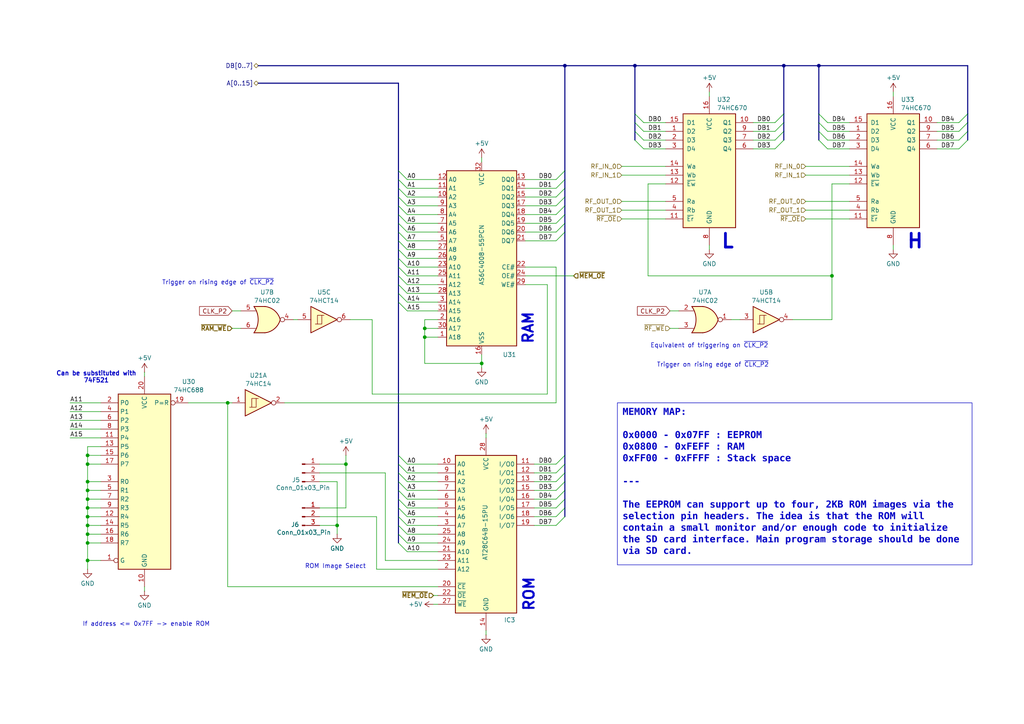
<source format=kicad_sch>
(kicad_sch (version 20231120) (generator "eeschema") (generator_version "8.0")
  (paper "A4")
  (title_block (title "TCPU816") (date "2025-01-31") (rev "1.1") (company "Designed by Kevin Williams - toastland.net") (comment 1 "STILL UNDER DEVELOPMENT"))
  (lib_symbols
    (symbol "74xx:74HC02" (pin_names (offset 1.016))
      (property "Reference" "U" (at 0 1.27 0))
      (property "Value" "74HC02" (at 0 -1.27 0))
      (symbol "74HC02_1_1"
        (arc (start -3.81 -3.81) (mid -2.589 0) (end -3.81 3.81) (stroke (width 0.254)))
        (arc (start -0.6096 -3.81) (mid 2.1842 -2.5851) (end 3.81 0) (stroke (width 0.254)) (fill (type background)))
        (polyline (pts (xy -3.81 -3.81) (xy -0.635 -3.81)) (stroke (width 0.254)) (fill (type background)))
        (polyline (pts (xy -3.81 3.81) (xy -0.635 3.81)) (stroke (width 0.254)) (fill (type background)))
        (polyline (pts (xy -0.635 3.81) (xy -3.81 3.81) (xy -3.81 3.81) (xy -3.556 3.4036) (xy -3.0226 2.2606) (xy -2.6924 1.0414) (xy -2.6162 -0.254) (xy -2.7686 -1.4986) (xy -3.175 -2.7178) (xy -3.81 -3.81) (xy -3.81 -3.81) (xy -0.635 -3.81)) (stroke (width -25.4)) (fill (type background)))
        (arc (start 3.81 0) (mid 2.1915 2.5936) (end -0.6096 3.81) (stroke (width 0.254)) (fill (type background)))
        (pin output inverted (at 7.62 0 180) (length 3.81) (name "~") (number "1"))
        (pin input line (at -7.62 2.54 0) (length 4.318) (name "~") (number "2"))
        (pin input line (at -7.62 -2.54 0) (length 4.318) (name "~") (number "3"))
      )
      (symbol "74HC02_1_2"
        (arc (start 0 -3.81) (mid 3.7934 0) (end 0 3.81) (stroke (width 0.254)) (fill (type background)))
        (polyline (pts (xy 0 3.81) (xy -3.81 3.81) (xy -3.81 -3.81) (xy 0 -3.81)) (stroke (width 0.254)) (fill (type background)))
        (pin output line (at 7.62 0 180) (length 3.81) (name "~") (number "1"))
        (pin input inverted (at -7.62 2.54 0) (length 3.81) (name "~") (number "2"))
        (pin input inverted (at -7.62 -2.54 0) (length 3.81) (name "~") (number "3"))
      )
      (symbol "74HC02_2_1"
        (arc (start -3.81 -3.81) (mid -2.589 0) (end -3.81 3.81) (stroke (width 0.254)))
        (arc (start -0.6096 -3.81) (mid 2.1842 -2.5851) (end 3.81 0) (stroke (width 0.254)) (fill (type background)))
        (polyline (pts (xy -3.81 -3.81) (xy -0.635 -3.81)) (stroke (width 0.254)) (fill (type background)))
        (polyline (pts (xy -3.81 3.81) (xy -0.635 3.81)) (stroke (width 0.254)) (fill (type background)))
        (polyline (pts (xy -0.635 3.81) (xy -3.81 3.81) (xy -3.81 3.81) (xy -3.556 3.4036) (xy -3.0226 2.2606) (xy -2.6924 1.0414) (xy -2.6162 -0.254) (xy -2.7686 -1.4986) (xy -3.175 -2.7178) (xy -3.81 -3.81) (xy -3.81 -3.81) (xy -0.635 -3.81)) (stroke (width -25.4)) (fill (type background)))
        (arc (start 3.81 0) (mid 2.1915 2.5936) (end -0.6096 3.81) (stroke (width 0.254)) (fill (type background)))
        (pin output inverted (at 7.62 0 180) (length 3.81) (name "~") (number "4"))
        (pin input line (at -7.62 2.54 0) (length 4.318) (name "~") (number "5"))
        (pin input line (at -7.62 -2.54 0) (length 4.318) (name "~") (number "6"))
      )
      (symbol "74HC02_2_2"
        (arc (start 0 -3.81) (mid 3.7934 0) (end 0 3.81) (stroke (width 0.254)) (fill (type background)))
        (polyline (pts (xy 0 3.81) (xy -3.81 3.81) (xy -3.81 -3.81) (xy 0 -3.81)) (stroke (width 0.254)) (fill (type background)))
        (pin output line (at 7.62 0 180) (length 3.81) (name "~") (number "4"))
        (pin input inverted (at -7.62 2.54 0) (length 3.81) (name "~") (number "5"))
        (pin input inverted (at -7.62 -2.54 0) (length 3.81) (name "~") (number "6"))
      )
      (symbol "74HC02_3_1"
        (arc (start -3.81 -3.81) (mid -2.589 0) (end -3.81 3.81) (stroke (width 0.254)))
        (arc (start -0.6096 -3.81) (mid 2.1842 -2.5851) (end 3.81 0) (stroke (width 0.254)) (fill (type background)))
        (polyline (pts (xy -3.81 -3.81) (xy -0.635 -3.81)) (stroke (width 0.254)) (fill (type background)))
        (polyline (pts (xy -3.81 3.81) (xy -0.635 3.81)) (stroke (width 0.254)) (fill (type background)))
        (polyline (pts (xy -0.635 3.81) (xy -3.81 3.81) (xy -3.81 3.81) (xy -3.556 3.4036) (xy -3.0226 2.2606) (xy -2.6924 1.0414) (xy -2.6162 -0.254) (xy -2.7686 -1.4986) (xy -3.175 -2.7178) (xy -3.81 -3.81) (xy -3.81 -3.81) (xy -0.635 -3.81)) (stroke (width -25.4)) (fill (type background)))
        (arc (start 3.81 0) (mid 2.1915 2.5936) (end -0.6096 3.81) (stroke (width 0.254)) (fill (type background)))
        (pin output inverted (at 7.62 0 180) (length 3.81) (name "~") (number "10"))
        (pin input line (at -7.62 2.54 0) (length 4.318) (name "~") (number "8"))
        (pin input line (at -7.62 -2.54 0) (length 4.318) (name "~") (number "9"))
      )
      (symbol "74HC02_3_2"
        (arc (start 0 -3.81) (mid 3.7934 0) (end 0 3.81) (stroke (width 0.254)) (fill (type background)))
        (polyline (pts (xy 0 3.81) (xy -3.81 3.81) (xy -3.81 -3.81) (xy 0 -3.81)) (stroke (width 0.254)) (fill (type background)))
        (pin output line (at 7.62 0 180) (length 3.81) (name "~") (number "10"))
        (pin input inverted (at -7.62 2.54 0) (length 3.81) (name "~") (number "8"))
        (pin input inverted (at -7.62 -2.54 0) (length 3.81) (name "~") (number "9"))
      )
      (symbol "74HC02_4_1"
        (arc (start -3.81 -3.81) (mid -2.589 0) (end -3.81 3.81) (stroke (width 0.254)))
        (arc (start -0.6096 -3.81) (mid 2.1842 -2.5851) (end 3.81 0) (stroke (width 0.254)) (fill (type background)))
        (polyline (pts (xy -3.81 -3.81) (xy -0.635 -3.81)) (stroke (width 0.254)) (fill (type background)))
        (polyline (pts (xy -3.81 3.81) (xy -0.635 3.81)) (stroke (width 0.254)) (fill (type background)))
        (polyline (pts (xy -0.635 3.81) (xy -3.81 3.81) (xy -3.81 3.81) (xy -3.556 3.4036) (xy -3.0226 2.2606) (xy -2.6924 1.0414) (xy -2.6162 -0.254) (xy -2.7686 -1.4986) (xy -3.175 -2.7178) (xy -3.81 -3.81) (xy -3.81 -3.81) (xy -0.635 -3.81)) (stroke (width -25.4)) (fill (type background)))
        (arc (start 3.81 0) (mid 2.1915 2.5936) (end -0.6096 3.81) (stroke (width 0.254)) (fill (type background)))
        (pin input line (at -7.62 2.54 0) (length 4.318) (name "~") (number "11"))
        (pin input line (at -7.62 -2.54 0) (length 4.318) (name "~") (number "12"))
        (pin output inverted (at 7.62 0 180) (length 3.81) (name "~") (number "13"))
      )
      (symbol "74HC02_4_2"
        (arc (start 0 -3.81) (mid 3.7934 0) (end 0 3.81) (stroke (width 0.254)) (fill (type background)))
        (polyline (pts (xy 0 3.81) (xy -3.81 3.81) (xy -3.81 -3.81) (xy 0 -3.81)) (stroke (width 0.254)) (fill (type background)))
        (pin input inverted (at -7.62 2.54 0) (length 3.81) (name "~") (number "11"))
        (pin input inverted (at -7.62 -2.54 0) (length 3.81) (name "~") (number "12"))
        (pin output line (at 7.62 0 180) (length 3.81) (name "~") (number "13"))
      )
      (symbol "74HC02_5_0"
        (pin power_in line (at 0 12.7 270) (length 5.08) (name "VCC") (number "14"))
        (pin power_in line (at 0 -12.7 90) (length 5.08) (name "GND") (number "7"))
      )
      (symbol "74HC02_5_1"
        (rectangle (start -5.08 7.62) (end 5.08 -7.62) (stroke (width 0.254)) (fill (type background)))
      )
    )
    (symbol "74xx:74HC14" (pin_names (offset 1.016))
      (property "Reference" "U" (at 0 1.27 0))
      (property "Value" "74HC14" (at 0 -1.27 0))
      (symbol "74HC14_1_0"
        (polyline (pts (xy -3.81 3.81) (xy -3.81 -3.81) (xy 3.81 0) (xy -3.81 3.81)) (stroke (width 0.254)) (fill (type background)))
        (pin input line (at -7.62 0 0) (length 3.81) (name "~") (number "1"))
        (pin output inverted (at 7.62 0 180) (length 3.81) (name "~") (number "2"))
      )
      (symbol "74HC14_1_1"
        (polyline (pts (xy -1.905 -1.27) (xy -1.905 1.27) (xy -0.635 1.27)))
        (polyline (pts (xy -2.54 -1.27) (xy -0.635 -1.27) (xy -0.635 1.27) (xy 0 1.27)))
      )
      (symbol "74HC14_2_0"
        (polyline (pts (xy -3.81 3.81) (xy -3.81 -3.81) (xy 3.81 0) (xy -3.81 3.81)) (stroke (width 0.254)) (fill (type background)))
        (pin input line (at -7.62 0 0) (length 3.81) (name "~") (number "3"))
        (pin output inverted (at 7.62 0 180) (length 3.81) (name "~") (number "4"))
      )
      (symbol "74HC14_2_1"
        (polyline (pts (xy -1.905 -1.27) (xy -1.905 1.27) (xy -0.635 1.27)))
        (polyline (pts (xy -2.54 -1.27) (xy -0.635 -1.27) (xy -0.635 1.27) (xy 0 1.27)))
      )
      (symbol "74HC14_3_0"
        (polyline (pts (xy -3.81 3.81) (xy -3.81 -3.81) (xy 3.81 0) (xy -3.81 3.81)) (stroke (width 0.254)) (fill (type background)))
        (pin input line (at -7.62 0 0) (length 3.81) (name "~") (number "5"))
        (pin output inverted (at 7.62 0 180) (length 3.81) (name "~") (number "6"))
      )
      (symbol "74HC14_3_1"
        (polyline (pts (xy -1.905 -1.27) (xy -1.905 1.27) (xy -0.635 1.27)))
        (polyline (pts (xy -2.54 -1.27) (xy -0.635 -1.27) (xy -0.635 1.27) (xy 0 1.27)))
      )
      (symbol "74HC14_4_0"
        (polyline (pts (xy -3.81 3.81) (xy -3.81 -3.81) (xy 3.81 0) (xy -3.81 3.81)) (stroke (width 0.254)) (fill (type background)))
        (pin output inverted (at 7.62 0 180) (length 3.81) (name "~") (number "8"))
        (pin input line (at -7.62 0 0) (length 3.81) (name "~") (number "9"))
      )
      (symbol "74HC14_4_1"
        (polyline (pts (xy -1.905 -1.27) (xy -1.905 1.27) (xy -0.635 1.27)))
        (polyline (pts (xy -2.54 -1.27) (xy -0.635 -1.27) (xy -0.635 1.27) (xy 0 1.27)))
      )
      (symbol "74HC14_5_0"
        (polyline (pts (xy -3.81 3.81) (xy -3.81 -3.81) (xy 3.81 0) (xy -3.81 3.81)) (stroke (width 0.254)) (fill (type background)))
        (pin output inverted (at 7.62 0 180) (length 3.81) (name "~") (number "10"))
        (pin input line (at -7.62 0 0) (length 3.81) (name "~") (number "11"))
      )
      (symbol "74HC14_5_1"
        (polyline (pts (xy -1.905 -1.27) (xy -1.905 1.27) (xy -0.635 1.27)))
        (polyline (pts (xy -2.54 -1.27) (xy -0.635 -1.27) (xy -0.635 1.27) (xy 0 1.27)))
      )
      (symbol "74HC14_6_0"
        (polyline (pts (xy -3.81 3.81) (xy -3.81 -3.81) (xy 3.81 0) (xy -3.81 3.81)) (stroke (width 0.254)) (fill (type background)))
        (pin output inverted (at 7.62 0 180) (length 3.81) (name "~") (number "12"))
        (pin input line (at -7.62 0 0) (length 3.81) (name "~") (number "13"))
      )
      (symbol "74HC14_6_1"
        (polyline (pts (xy -1.905 -1.27) (xy -1.905 1.27) (xy -0.635 1.27)))
        (polyline (pts (xy -2.54 -1.27) (xy -0.635 -1.27) (xy -0.635 1.27) (xy 0 1.27)))
      )
      (symbol "74HC14_7_0"
        (pin power_in line (at 0 12.7 270) (length 5.08) (name "VCC") (number "14"))
        (pin power_in line (at 0 -12.7 90) (length 5.08) (name "GND") (number "7"))
      )
      (symbol "74HC14_7_1"
        (rectangle (start -5.08 7.62) (end 5.08 -7.62) (stroke (width 0.254)) (fill (type background)))
      )
    )
    (symbol "74xx:74HC688"
      (property "Reference" "U" (at -7.62 26.67 0))
      (property "Value" "74HC688" (at -7.62 -26.67 0))
      (symbol "74HC688_1_0"
        (pin input inverted (at -12.7 -22.86 0) (length 5.08) (name "G") (number "1"))
        (pin power_in line (at 0 -30.48 90) (length 5.08) (name "GND") (number "10"))
        (pin input line (at -12.7 12.7 0) (length 5.08) (name "P4") (number "11"))
        (pin input line (at -12.7 -10.16 0) (length 5.08) (name "R4") (number "12"))
        (pin input line (at -12.7 10.16 0) (length 5.08) (name "P5") (number "13"))
        (pin input line (at -12.7 -12.7 0) (length 5.08) (name "R5") (number "14"))
        (pin input line (at -12.7 7.62 0) (length 5.08) (name "P6") (number "15"))
        (pin input line (at -12.7 -15.24 0) (length 5.08) (name "R6") (number "16"))
        (pin input line (at -12.7 5.08 0) (length 5.08) (name "P7") (number "17"))
        (pin input line (at -12.7 -17.78 0) (length 5.08) (name "R7") (number "18"))
        (pin output inverted (at 12.7 22.86 180) (length 5.08) (name "P=R") (number "19"))
        (pin input line (at -12.7 22.86 0) (length 5.08) (name "P0") (number "2"))
        (pin power_in line (at 0 30.48 270) (length 5.08) (name "VCC") (number "20"))
        (pin input line (at -12.7 0 0) (length 5.08) (name "R0") (number "3"))
        (pin input line (at -12.7 20.32 0) (length 5.08) (name "P1") (number "4"))
        (pin input line (at -12.7 -2.54 0) (length 5.08) (name "R1") (number "5"))
        (pin input line (at -12.7 17.78 0) (length 5.08) (name "P2") (number "6"))
        (pin input line (at -12.7 -5.08 0) (length 5.08) (name "R2") (number "7"))
        (pin input line (at -12.7 15.24 0) (length 5.08) (name "P3") (number "8"))
        (pin input line (at -12.7 -7.62 0) (length 5.08) (name "R3") (number "9"))
      )
      (symbol "74HC688_1_1"
        (rectangle (start -7.62 25.4) (end 7.62 -25.4) (stroke (width 0.254)) (fill (type background)))
      )
    )
    (symbol "74xx:74LS670" (pin_names (offset 1.016))
      (property "Reference" "U" (at -7.62 16.51 0))
      (property "Value" "74LS670" (at -7.62 -19.05 0))
      (symbol "74LS670_1_0"
        (pin input line (at -12.7 10.16 0) (length 5.08) (name "D2") (number "1"))
        (pin tri_state line (at 12.7 12.7 180) (length 5.08) (name "Q1") (number "10"))
        (pin input line (at -12.7 -15.24 0) (length 5.08) (name "~{Er}") (number "11"))
        (pin input line (at -12.7 -5.08 0) (length 5.08) (name "~{Ew}") (number "12"))
        (pin input line (at -12.7 -2.54 0) (length 5.08) (name "Wb") (number "13"))
        (pin input line (at -12.7 0 0) (length 5.08) (name "Wa") (number "14"))
        (pin input line (at -12.7 12.7 0) (length 5.08) (name "D1") (number "15"))
        (pin power_in line (at 0 20.32 270) (length 5.08) (name "VCC") (number "16"))
        (pin input line (at -12.7 7.62 0) (length 5.08) (name "D3") (number "2"))
        (pin input line (at -12.7 5.08 0) (length 5.08) (name "D4") (number "3"))
        (pin input line (at -12.7 -12.7 0) (length 5.08) (name "Rb") (number "4"))
        (pin input line (at -12.7 -10.16 0) (length 5.08) (name "Ra") (number "5"))
        (pin tri_state line (at 12.7 5.08 180) (length 5.08) (name "Q4") (number "6"))
        (pin tri_state line (at 12.7 7.62 180) (length 5.08) (name "Q3") (number "7"))
        (pin power_in line (at 0 -22.86 90) (length 5.08) (name "GND") (number "8"))
        (pin tri_state line (at 12.7 10.16 180) (length 5.08) (name "Q2") (number "9"))
      )
      (symbol "74LS670_1_1"
        (rectangle (start -7.62 15.24) (end 7.62 -17.78) (stroke (width 0.254)) (fill (type background)))
      )
    )
    (symbol "8_16_computer-rescue:+5V-power" (power) (pin_names (offset 0))
      (property "Value" "power_+5V" (at 0 3.556 0))
      (symbol "+5V-power_0_1"
        (polyline (pts (xy -0.762 1.27) (xy 0 2.54)))
        (polyline (pts (xy 0 0) (xy 0 2.54)))
        (polyline (pts (xy 0 2.54) (xy 0.762 1.27)))
      )
      (symbol "+5V-power_1_1"
        (pin power_in line (at 0 0 90) (length 0) hide (name "+5V") (number "1"))
      )
    )
    (symbol "8_16_computer-rescue:GND-power" (power) (pin_names (offset 0))
      (property "Value" "power_GND" (at 0 -3.81 0))
      (symbol "GND-power_0_1"
        (polyline (pts (xy 0 0) (xy 0 -1.27) (xy 1.27 -1.27) (xy 0 -2.54) (xy -1.27 -1.27) (xy 0 -1.27)))
      )
      (symbol "GND-power_1_1"
        (pin power_in line (at 0 0 270) (length 0) hide (name "GND") (number "1"))
      )
    )
    (symbol "AT28C64B-15PU_1"
      (property "Reference" "IC1" (at 20.828 -45.212 0))
      (property "Value" "AT28C64B-15PU" (at 13.716 -19.812 90))
      (symbol "AT28C64B-15PU_1_1_1"
        (rectangle (start 5.08 2.54) (end 22.86 -43.18) (stroke (width 0.254)) (fill (type background)))
        (pin passive line (at 27.94 -39.37 180) (length 5.08) hide (name "NC_1") (number "1"))
        (pin passive line (at 0 0 0) (length 5.08) (name "A0") (number "10"))
        (pin passive line (at 27.94 0 180) (length 5.08) (name "I/O0") (number "11"))
        (pin passive line (at 27.94 -2.54 180) (length 5.08) (name "I/O1") (number "12"))
        (pin passive line (at 27.94 -5.08 180) (length 5.08) (name "I/O2") (number "13"))
        (pin passive line (at 13.97 -48.26 90) (length 5.08) (name "GND") (number "14"))
        (pin passive line (at 27.94 -7.62 180) (length 5.08) (name "I/O3") (number "15"))
        (pin passive line (at 27.94 -10.16 180) (length 5.08) (name "I/O4") (number "16"))
        (pin passive line (at 27.94 -12.7 180) (length 5.08) (name "I/O5") (number "17"))
        (pin passive line (at 27.94 -15.24 180) (length 5.08) (name "I/O6") (number "18"))
        (pin passive line (at 27.94 -17.78 180) (length 5.08) (name "I/O7") (number "19"))
        (pin passive line (at 0 -30.48 0) (length 5.08) (name "A12") (number "2"))
        (pin passive line (at 0 -35.56 0) (length 5.08) (name "~{CE}") (number "20"))
        (pin passive line (at 0 -25.4 0) (length 5.08) (name "A10") (number "21"))
        (pin passive line (at 0 -38.1 0) (length 5.08) (name "~{OE}") (number "22"))
        (pin passive line (at 0 -27.94 0) (length 5.08) (name "A11") (number "23"))
        (pin passive line (at 0 -22.86 0) (length 5.08) (name "A9") (number "24"))
        (pin passive line (at 0 -20.32 0) (length 5.08) (name "A8") (number "25"))
        (pin passive line (at 27.94 -36.83 180) (length 5.08) hide (name "NC_2") (number "26"))
        (pin passive line (at 0 -40.64 0) (length 5.08) (name "~{WE}") (number "27"))
        (pin passive line (at 13.97 7.62 270) (length 5.08) (name "VCC") (number "28"))
        (pin passive line (at 0 -17.78 0) (length 5.08) (name "A7") (number "3"))
        (pin passive line (at 0 -15.24 0) (length 5.08) (name "A6") (number "4"))
        (pin passive line (at 0 -12.7 0) (length 5.08) (name "A5") (number "5"))
        (pin passive line (at 0 -10.16 0) (length 5.08) (name "A4") (number "6"))
        (pin passive line (at 0 -7.62 0) (length 5.08) (name "A3") (number "7"))
        (pin passive line (at 0 -5.08 0) (length 5.08) (name "A2") (number "8"))
        (pin passive line (at 0 -2.54 0) (length 5.08) (name "A1") (number "9"))
      )
    )
    (symbol "Connector:Conn_01x03_Pin" (pin_names (offset 1.016) hide)
      (property "Reference" "J" (at 0 5.08 0))
      (property "Value" "Conn_01x03_Pin" (at 0 -5.08 0))
      (symbol "Conn_01x03_Pin_1_1"
        (polyline (pts (xy 1.27 -2.54) (xy 0.8636 -2.54)) (stroke (width 0.1524)))
        (polyline (pts (xy 1.27 0) (xy 0.8636 0)) (stroke (width 0.1524)))
        (polyline (pts (xy 1.27 2.54) (xy 0.8636 2.54)) (stroke (width 0.1524)))
        (rectangle (start 0.8636 -2.413) (end 0 -2.667) (stroke (width 0.1524)) (fill (type outline)))
        (rectangle (start 0.8636 0.127) (end 0 -0.127) (stroke (width 0.1524)) (fill (type outline)))
        (rectangle (start 0.8636 2.667) (end 0 2.413) (stroke (width 0.1524)) (fill (type outline)))
        (pin passive line (at 5.08 2.54 180) (length 3.81) (name "Pin_1") (number "1"))
        (pin passive line (at 5.08 0 180) (length 3.81) (name "Pin_2") (number "2"))
        (pin passive line (at 5.08 -2.54 180) (length 3.81) (name "Pin_3") (number "3"))
      )
    )
    (symbol "Memory_RAM:AS6C4008-55PCN"
      (property "Reference" "U" (at -10.16 26.035 0))
      (property "Value" "AS6C4008-55PCN" (at 2.54 26.035 0))
      (symbol "AS6C4008-55PCN_0_0"
        (pin power_in line (at 0 -27.94 90) (length 2.54) (name "VSS") (number "16"))
        (pin power_in line (at 0 27.94 270) (length 2.54) (name "VCC") (number "32"))
      )
      (symbol "AS6C4008-55PCN_0_1"
        (rectangle (start -10.16 25.4) (end 10.16 -25.4) (stroke (width 0.254)) (fill (type background)))
      )
      (symbol "AS6C4008-55PCN_1_1"
        (pin input line (at -12.7 -22.86 0) (length 2.54) (name "A18") (number "1"))
        (pin input line (at -12.7 17.78 0) (length 2.54) (name "A2") (number "10"))
        (pin input line (at -12.7 20.32 0) (length 2.54) (name "A1") (number "11"))
        (pin input line (at -12.7 22.86 0) (length 2.54) (name "A0") (number "12"))
        (pin tri_state line (at 12.7 22.86 180) (length 2.54) (name "DQ0") (number "13"))
        (pin tri_state line (at 12.7 20.32 180) (length 2.54) (name "DQ1") (number "14"))
        (pin tri_state line (at 12.7 17.78 180) (length 2.54) (name "DQ2") (number "15"))
        (pin tri_state line (at 12.7 15.24 180) (length 2.54) (name "DQ3") (number "17"))
        (pin tri_state line (at 12.7 12.7 180) (length 2.54) (name "DQ4") (number "18"))
        (pin tri_state line (at 12.7 10.16 180) (length 2.54) (name "DQ5") (number "19"))
        (pin input line (at -12.7 -17.78 0) (length 2.54) (name "A16") (number "2"))
        (pin tri_state line (at 12.7 7.62 180) (length 2.54) (name "DQ6") (number "20"))
        (pin tri_state line (at 12.7 5.08 180) (length 2.54) (name "DQ7") (number "21"))
        (pin input line (at 12.7 -2.54 180) (length 2.54) (name "CE#") (number "22"))
        (pin input line (at -12.7 -2.54 0) (length 2.54) (name "A10") (number "23"))
        (pin input line (at 12.7 -5.08 180) (length 2.54) (name "OE#") (number "24"))
        (pin input line (at -12.7 -5.08 0) (length 2.54) (name "A11") (number "25"))
        (pin input line (at -12.7 0 0) (length 2.54) (name "A9") (number "26"))
        (pin input line (at -12.7 2.54 0) (length 2.54) (name "A8") (number "27"))
        (pin input line (at -12.7 -10.16 0) (length 2.54) (name "A13") (number "28"))
        (pin input line (at 12.7 -7.62 180) (length 2.54) (name "WE#") (number "29"))
        (pin input line (at -12.7 -12.7 0) (length 2.54) (name "A14") (number "3"))
        (pin input line (at -12.7 -20.32 0) (length 2.54) (name "A17") (number "30"))
        (pin input line (at -12.7 -15.24 0) (length 2.54) (name "A15") (number "31"))
        (pin input line (at -12.7 -7.62 0) (length 2.54) (name "A12") (number "4"))
        (pin input line (at -12.7 5.08 0) (length 2.54) (name "A7") (number "5"))
        (pin input line (at -12.7 7.62 0) (length 2.54) (name "A6") (number "6"))
        (pin input line (at -12.7 10.16 0) (length 2.54) (name "A5") (number "7"))
        (pin input line (at -12.7 12.7 0) (length 2.54) (name "A4") (number "8"))
        (pin input line (at -12.7 15.24 0) (length 2.54) (name "A3") (number "9"))
      )
    )
    (symbol "power:+5V" (power) (pin_numbers hide) (pin_names (offset 0) hide)
      (property "Value" "+5V" (at 0 3.556 0))
      (symbol "+5V_0_1"
        (polyline (pts (xy -0.762 1.27) (xy 0 2.54)))
        (polyline (pts (xy 0 0) (xy 0 2.54)))
        (polyline (pts (xy 0 2.54) (xy 0.762 1.27)))
      )
      (symbol "+5V_1_1"
        (pin power_in line (at 0 0 90) (length 0) (name "~") (number "1"))
      )
    )
    (symbol "power:GND" (power) (pin_numbers hide) (pin_names (offset 0) hide)
      (property "Value" "GND" (at 0 -3.81 0))
      (symbol "GND_0_1"
        (polyline (pts (xy 0 0) (xy 0 -1.27) (xy 1.27 -1.27) (xy 0 -2.54) (xy -1.27 -1.27) (xy 0 -1.27)))
      )
      (symbol "GND_1_1"
        (pin power_in line (at 0 0 270) (length 0) (name "~") (number "1"))
      )
    )
  )
  (junction (at 25.4 139.7))
  (junction (at 123.19 97.79))
  (junction (at 237.49 19.05))
  (junction (at 241.3 80.01))
  (junction (at 25.4 157.48))
  (junction (at 25.4 152.4))
  (junction (at 163.83 19.05))
  (junction (at 25.4 147.32))
  (junction (at 25.4 154.94))
  (junction (at 25.4 134.62))
  (junction (at 123.19 95.25))
  (junction (at 25.4 149.86))
  (junction (at 139.7 105.41))
  (junction (at 66.04 116.84))
  (junction (at 25.4 162.56))
  (junction (at 100.33 134.62))
  (junction (at 227.33 19.05))
  (junction (at 25.4 132.08))
  (junction (at 97.79 152.4))
  (junction (at 25.4 144.78))
  (junction (at 25.4 142.24))
  (junction (at 184.15 19.05))
  (bus_entry (at 161.29 57.15) (size 2.54 -2.54))
  (bus_entry (at 115.57 85.09) (size 2.54 2.54))
  (bus_entry (at 161.29 62.23) (size 2.54 -2.54))
  (bus_entry (at 161.29 149.86) (size 2.54 -2.54))
  (bus_entry (at 237.49 33.02) (size 2.54 2.54))
  (bus_entry (at 115.57 87.63) (size 2.54 2.54))
  (bus_entry (at 115.57 77.47) (size 2.54 2.54))
  (bus_entry (at 115.57 59.69) (size 2.54 2.54))
  (bus_entry (at 184.15 38.1) (size 2.54 2.54))
  (bus_entry (at 115.57 147.32) (size 2.54 2.54))
  (bus_entry (at 161.29 134.62) (size 2.54 -2.54))
  (bus_entry (at 161.29 59.69) (size 2.54 -2.54))
  (bus_entry (at 237.49 35.56) (size 2.54 2.54))
  (bus_entry (at 115.57 74.93) (size 2.54 2.54))
  (bus_entry (at 115.57 132.08) (size 2.54 2.54))
  (bus_entry (at 237.49 38.1) (size 2.54 2.54))
  (bus_entry (at 115.57 154.94) (size 2.54 2.54))
  (bus_entry (at 115.57 137.16) (size 2.54 2.54))
  (bus_entry (at 115.57 144.78) (size 2.54 2.54))
  (bus_entry (at 115.57 82.55) (size 2.54 2.54))
  (bus_entry (at 115.57 52.07) (size 2.54 2.54))
  (bus_entry (at 161.29 64.77) (size 2.54 -2.54))
  (bus_entry (at 115.57 49.53) (size 2.54 2.54))
  (bus_entry (at 161.29 142.24) (size 2.54 -2.54))
  (bus_entry (at 115.57 64.77) (size 2.54 2.54))
  (bus_entry (at 184.15 35.56) (size 2.54 2.54))
  (bus_entry (at 115.57 62.23) (size 2.54 2.54))
  (bus_entry (at 161.29 52.07) (size 2.54 -2.54))
  (bus_entry (at 161.29 137.16) (size 2.54 -2.54))
  (bus_entry (at 237.49 40.64) (size 2.54 2.54))
  (bus_entry (at 184.15 33.02) (size 2.54 2.54))
  (bus_entry (at 278.13 40.64) (size 2.54 -2.54))
  (bus_entry (at 184.15 40.64) (size 2.54 2.54))
  (bus_entry (at 224.79 40.64) (size 2.54 -2.54))
  (bus_entry (at 161.29 139.7) (size 2.54 -2.54))
  (bus_entry (at 224.79 35.56) (size 2.54 -2.54))
  (bus_entry (at 278.13 35.56) (size 2.54 -2.54))
  (bus_entry (at 224.79 38.1) (size 2.54 -2.54))
  (bus_entry (at 115.57 149.86) (size 2.54 2.54))
  (bus_entry (at 161.29 147.32) (size 2.54 -2.54))
  (bus_entry (at 278.13 38.1) (size 2.54 -2.54))
  (bus_entry (at 278.13 43.18) (size 2.54 -2.54))
  (bus_entry (at 161.29 69.85) (size 2.54 -2.54))
  (bus_entry (at 161.29 144.78) (size 2.54 -2.54))
  (bus_entry (at 115.57 57.15) (size 2.54 2.54))
  (bus_entry (at 224.79 43.18) (size 2.54 -2.54))
  (bus_entry (at 115.57 72.39) (size 2.54 2.54))
  (bus_entry (at 161.29 67.31) (size 2.54 -2.54))
  (bus_entry (at 115.57 54.61) (size 2.54 2.54))
  (bus_entry (at 115.57 157.48) (size 2.54 2.54))
  (bus_entry (at 115.57 152.4) (size 2.54 2.54))
  (bus_entry (at 115.57 69.85) (size 2.54 2.54))
  (bus_entry (at 115.57 142.24) (size 2.54 2.54))
  (bus_entry (at 115.57 139.7) (size 2.54 2.54))
  (bus_entry (at 161.29 54.61) (size 2.54 -2.54))
  (bus_entry (at 115.57 80.01) (size 2.54 2.54))
  (bus_entry (at 115.57 134.62) (size 2.54 2.54))
  (bus_entry (at 115.57 67.31) (size 2.54 2.54))
  (bus_entry (at 161.29 152.4) (size 2.54 -2.54))
  (bus (pts (xy 237.49 38.1) (xy 237.49 40.64)))
  (wire (pts (xy 259.08 26.67) (xy 259.08 27.94)))
  (wire (pts (xy 118.11 152.4) (xy 127 152.4)))
  (wire (pts (xy 25.4 139.7) (xy 25.4 142.24)))
  (wire (pts (xy 139.7 105.41) (xy 139.7 106.68)))
  (bus (pts (xy 184.15 19.05) (xy 227.33 19.05)))
  (wire (pts (xy 118.11 144.78) (xy 127 144.78)))
  (wire (pts (xy 118.11 87.63) (xy 127 87.63)))
  (wire (pts (xy 20.32 119.38) (xy 29.21 119.38)))
  (bus (pts (xy 115.57 147.32) (xy 115.57 144.78)))
  (bus (pts (xy 74.93 24.13) (xy 115.57 24.13)))
  (wire (pts (xy 194.31 95.25) (xy 196.85 95.25)))
  (bus (pts (xy 184.15 35.56) (xy 184.15 33.02)))
  (wire (pts (xy 118.11 134.62) (xy 127 134.62)))
  (wire (pts (xy 186.69 35.56) (xy 193.04 35.56)))
  (wire (pts (xy 25.4 162.56) (xy 25.4 165.1)))
  (wire (pts (xy 118.11 74.93) (xy 127 74.93)))
  (bus (pts (xy 163.83 139.7) (xy 163.83 142.24)))
  (wire (pts (xy 233.68 60.96) (xy 246.38 60.96)))
  (wire (pts (xy 127 92.71) (xy 123.19 92.71)))
  (bus (pts (xy 115.57 57.15) (xy 115.57 54.61)))
  (wire (pts (xy 205.74 26.67) (xy 205.74 27.94)))
  (wire (pts (xy 125.73 175.26) (xy 127 175.26)))
  (wire (pts (xy 25.4 132.08) (xy 29.21 132.08)))
  (wire (pts (xy 109.22 149.86) (xy 92.71 149.86)))
  (wire (pts (xy 152.4 67.31) (xy 161.29 67.31)))
  (bus (pts (xy 115.57 72.39) (xy 115.57 69.85)))
  (wire (pts (xy 118.11 137.16) (xy 127 137.16)))
  (bus (pts (xy 163.83 57.15) (xy 163.83 59.69)))
  (wire (pts (xy 25.4 134.62) (xy 29.21 134.62)))
  (wire (pts (xy 154.94 139.7) (xy 161.29 139.7)))
  (wire (pts (xy 109.22 149.86) (xy 109.22 165.1)))
  (bus (pts (xy 115.57 59.69) (xy 115.57 57.15)))
  (wire (pts (xy 20.32 124.46) (xy 29.21 124.46)))
  (wire (pts (xy 109.22 165.1) (xy 127 165.1)))
  (wire (pts (xy 233.68 63.5) (xy 246.38 63.5)))
  (wire (pts (xy 140.97 182.88) (xy 140.97 184.15)))
  (bus (pts (xy 163.83 52.07) (xy 163.83 54.61)))
  (wire (pts (xy 152.4 80.01) (xy 166.37 80.01)))
  (bus (pts (xy 163.83 137.16) (xy 163.83 139.7)))
  (wire (pts (xy 101.6 92.71) (xy 107.95 92.71)))
  (wire (pts (xy 140.97 125.73) (xy 140.97 127)))
  (wire (pts (xy 186.69 38.1) (xy 193.04 38.1)))
  (wire (pts (xy 25.4 142.24) (xy 29.21 142.24)))
  (bus (pts (xy 115.57 152.4) (xy 115.57 149.86)))
  (wire (pts (xy 29.21 129.54) (xy 25.4 129.54)))
  (bus (pts (xy 115.57 87.63) (xy 115.57 132.08)))
  (wire (pts (xy 246.38 40.64) (xy 240.03 40.64)))
  (wire (pts (xy 246.38 43.18) (xy 240.03 43.18)))
  (bus (pts (xy 280.67 35.56) (xy 280.67 38.1)))
  (wire (pts (xy 241.3 80.01) (xy 241.3 92.71)))
  (bus (pts (xy 115.57 24.13) (xy 115.57 49.53)))
  (wire (pts (xy 158.75 82.55) (xy 152.4 82.55)))
  (wire (pts (xy 154.94 147.32) (xy 161.29 147.32)))
  (bus (pts (xy 163.83 62.23) (xy 163.83 64.77)))
  (wire (pts (xy 246.38 35.56) (xy 240.03 35.56)))
  (wire (pts (xy 123.19 97.79) (xy 123.19 105.41)))
  (bus (pts (xy 280.67 38.1) (xy 280.67 40.64)))
  (wire (pts (xy 271.78 40.64) (xy 278.13 40.64)))
  (wire (pts (xy 25.4 149.86) (xy 25.4 152.4)))
  (wire (pts (xy 246.38 38.1) (xy 240.03 38.1)))
  (bus (pts (xy 163.83 59.69) (xy 163.83 62.23)))
  (wire (pts (xy 25.4 154.94) (xy 29.21 154.94)))
  (wire (pts (xy 25.4 132.08) (xy 25.4 134.62)))
  (wire (pts (xy 118.11 147.32) (xy 127 147.32)))
  (bus (pts (xy 227.33 33.02) (xy 227.33 35.56)))
  (wire (pts (xy 118.11 157.48) (xy 127 157.48)))
  (wire (pts (xy 118.11 85.09) (xy 127 85.09)))
  (wire (pts (xy 54.61 116.84) (xy 66.04 116.84)))
  (wire (pts (xy 187.96 53.34) (xy 193.04 53.34)))
  (wire (pts (xy 152.4 64.77) (xy 161.29 64.77)))
  (bus (pts (xy 237.49 33.02) (xy 237.49 35.56)))
  (wire (pts (xy 154.94 144.78) (xy 161.29 144.78)))
  (bus (pts (xy 237.49 35.56) (xy 237.49 38.1)))
  (bus (pts (xy 115.57 142.24) (xy 115.57 139.7)))
  (wire (pts (xy 66.04 116.84) (xy 67.31 116.84)))
  (bus (pts (xy 115.57 62.23) (xy 115.57 59.69)))
  (wire (pts (xy 186.69 40.64) (xy 193.04 40.64)))
  (wire (pts (xy 233.68 58.42) (xy 246.38 58.42)))
  (bus (pts (xy 115.57 77.47) (xy 115.57 74.93)))
  (bus (pts (xy 184.15 38.1) (xy 184.15 35.56)))
  (wire (pts (xy 66.04 170.18) (xy 127 170.18)))
  (wire (pts (xy 118.11 52.07) (xy 127 52.07)))
  (wire (pts (xy 161.29 116.84) (xy 161.29 77.47)))
  (bus (pts (xy 115.57 137.16) (xy 115.57 134.62)))
  (wire (pts (xy 92.71 137.16) (xy 111.76 137.16)))
  (wire (pts (xy 180.34 60.96) (xy 193.04 60.96)))
  (wire (pts (xy 259.08 71.12) (xy 259.08 72.39)))
  (bus (pts (xy 115.57 67.31) (xy 115.57 64.77)))
  (wire (pts (xy 271.78 43.18) (xy 278.13 43.18)))
  (bus (pts (xy 184.15 40.64) (xy 184.15 38.1)))
  (wire (pts (xy 118.11 82.55) (xy 127 82.55)))
  (wire (pts (xy 233.68 48.26) (xy 246.38 48.26)))
  (bus (pts (xy 237.49 19.05) (xy 280.67 19.05)))
  (wire (pts (xy 152.4 52.07) (xy 161.29 52.07)))
  (wire (pts (xy 224.79 38.1) (xy 218.44 38.1)))
  (wire (pts (xy 123.19 95.25) (xy 123.19 97.79)))
  (wire (pts (xy 25.4 144.78) (xy 25.4 147.32)))
  (bus (pts (xy 163.83 134.62) (xy 163.83 137.16)))
  (wire (pts (xy 118.11 80.01) (xy 127 80.01)))
  (wire (pts (xy 100.33 132.08) (xy 100.33 134.62)))
  (wire (pts (xy 107.95 92.71) (xy 107.95 114.3)))
  (bus (pts (xy 115.57 52.07) (xy 115.57 49.53)))
  (bus (pts (xy 163.83 54.61) (xy 163.83 57.15)))
  (wire (pts (xy 20.32 127) (xy 29.21 127)))
  (wire (pts (xy 41.91 170.18) (xy 41.91 171.45)))
  (wire (pts (xy 100.33 134.62) (xy 92.71 134.62)))
  (wire (pts (xy 186.69 43.18) (xy 193.04 43.18)))
  (wire (pts (xy 127 97.79) (xy 123.19 97.79)))
  (wire (pts (xy 224.79 43.18) (xy 218.44 43.18)))
  (wire (pts (xy 246.38 53.34) (xy 241.3 53.34)))
  (wire (pts (xy 25.4 152.4) (xy 25.4 154.94)))
  (wire (pts (xy 85.09 92.71) (xy 86.36 92.71)))
  (wire (pts (xy 25.4 157.48) (xy 25.4 162.56)))
  (wire (pts (xy 118.11 69.85) (xy 127 69.85)))
  (bus (pts (xy 74.93 19.05) (xy 163.83 19.05)))
  (wire (pts (xy 224.79 35.56) (xy 218.44 35.56)))
  (bus (pts (xy 280.67 33.02) (xy 280.67 35.56)))
  (bus (pts (xy 163.83 142.24) (xy 163.83 144.78)))
  (wire (pts (xy 92.71 147.32) (xy 100.33 147.32)))
  (bus (pts (xy 115.57 144.78) (xy 115.57 142.24)))
  (wire (pts (xy 187.96 80.01) (xy 187.96 53.34)))
  (wire (pts (xy 118.11 72.39) (xy 127 72.39)))
  (wire (pts (xy 97.79 139.7) (xy 97.79 152.4)))
  (bus (pts (xy 115.57 149.86) (xy 115.57 147.32)))
  (wire (pts (xy 123.19 95.25) (xy 127 95.25)))
  (wire (pts (xy 25.4 142.24) (xy 25.4 144.78)))
  (wire (pts (xy 205.74 71.12) (xy 205.74 72.39)))
  (wire (pts (xy 25.4 144.78) (xy 29.21 144.78)))
  (wire (pts (xy 118.11 142.24) (xy 127 142.24)))
  (bus (pts (xy 227.33 19.05) (xy 227.33 33.02)))
  (bus (pts (xy 163.83 147.32) (xy 163.83 149.86)))
  (wire (pts (xy 100.33 147.32) (xy 100.33 134.62)))
  (wire (pts (xy 41.91 107.95) (xy 41.91 109.22)))
  (wire (pts (xy 241.3 92.71) (xy 229.87 92.71)))
  (bus (pts (xy 163.83 19.05) (xy 184.15 19.05)))
  (bus (pts (xy 163.83 19.05) (xy 163.83 49.53)))
  (bus (pts (xy 115.57 74.93) (xy 115.57 72.39)))
  (wire (pts (xy 82.55 116.84) (xy 161.29 116.84)))
  (wire (pts (xy 20.32 121.92) (xy 29.21 121.92)))
  (wire (pts (xy 233.68 50.8) (xy 246.38 50.8)))
  (wire (pts (xy 92.71 139.7) (xy 97.79 139.7)))
  (bus (pts (xy 237.49 19.05) (xy 237.49 33.02)))
  (bus (pts (xy 115.57 80.01) (xy 115.57 77.47)))
  (wire (pts (xy 154.94 149.86) (xy 161.29 149.86)))
  (wire (pts (xy 107.95 114.3) (xy 158.75 114.3)))
  (bus (pts (xy 227.33 19.05) (xy 237.49 19.05)))
  (bus (pts (xy 115.57 69.85) (xy 115.57 67.31)))
  (wire (pts (xy 161.29 77.47) (xy 152.4 77.47)))
  (wire (pts (xy 241.3 53.34) (xy 241.3 80.01)))
  (wire (pts (xy 123.19 92.71) (xy 123.19 95.25)))
  (wire (pts (xy 25.4 149.86) (xy 29.21 149.86)))
  (wire (pts (xy 118.11 90.17) (xy 127 90.17)))
  (wire (pts (xy 29.21 139.7) (xy 25.4 139.7)))
  (bus (pts (xy 115.57 85.09) (xy 115.57 82.55)))
  (wire (pts (xy 118.11 64.77) (xy 127 64.77)))
  (wire (pts (xy 118.11 57.15) (xy 127 57.15)))
  (wire (pts (xy 152.4 59.69) (xy 161.29 59.69)))
  (wire (pts (xy 118.11 149.86) (xy 127 149.86)))
  (wire (pts (xy 111.76 162.56) (xy 111.76 137.16)))
  (wire (pts (xy 97.79 152.4) (xy 92.71 152.4)))
  (wire (pts (xy 25.4 162.56) (xy 29.21 162.56)))
  (wire (pts (xy 125.73 172.72) (xy 127 172.72)))
  (bus (pts (xy 115.57 134.62) (xy 115.57 132.08)))
  (bus (pts (xy 115.57 154.94) (xy 115.57 152.4)))
  (wire (pts (xy 127 162.56) (xy 111.76 162.56)))
  (bus (pts (xy 115.57 139.7) (xy 115.57 137.16)))
  (wire (pts (xy 152.4 62.23) (xy 161.29 62.23)))
  (wire (pts (xy 25.4 129.54) (xy 25.4 132.08)))
  (wire (pts (xy 118.11 77.47) (xy 127 77.47)))
  (wire (pts (xy 180.34 58.42) (xy 193.04 58.42)))
  (wire (pts (xy 271.78 38.1) (xy 278.13 38.1)))
  (bus (pts (xy 184.15 33.02) (xy 184.15 19.05)))
  (bus (pts (xy 163.83 132.08) (xy 163.83 134.62)))
  (bus (pts (xy 115.57 82.55) (xy 115.57 80.01)))
  (bus (pts (xy 227.33 35.56) (xy 227.33 38.1)))
  (wire (pts (xy 118.11 62.23) (xy 127 62.23)))
  (wire (pts (xy 158.75 114.3) (xy 158.75 82.55)))
  (wire (pts (xy 123.19 105.41) (xy 139.7 105.41)))
  (wire (pts (xy 139.7 102.87) (xy 139.7 105.41)))
  (wire (pts (xy 154.94 134.62) (xy 161.29 134.62)))
  (wire (pts (xy 118.11 139.7) (xy 127 139.7)))
  (wire (pts (xy 67.31 90.17) (xy 69.85 90.17)))
  (wire (pts (xy 180.34 48.26) (xy 193.04 48.26)))
  (bus (pts (xy 227.33 38.1) (xy 227.33 40.64)))
  (wire (pts (xy 97.79 154.94) (xy 97.79 152.4)))
  (wire (pts (xy 118.11 67.31) (xy 127 67.31)))
  (wire (pts (xy 271.78 35.56) (xy 278.13 35.56)))
  (wire (pts (xy 212.09 92.71) (xy 214.63 92.71)))
  (wire (pts (xy 154.94 142.24) (xy 161.29 142.24)))
  (bus (pts (xy 163.83 64.77) (xy 163.83 67.31)))
  (wire (pts (xy 152.4 54.61) (xy 161.29 54.61)))
  (wire (pts (xy 194.31 90.17) (xy 196.85 90.17)))
  (bus (pts (xy 163.83 144.78) (xy 163.83 147.32)))
  (wire (pts (xy 25.4 152.4) (xy 29.21 152.4)))
  (wire (pts (xy 180.34 63.5) (xy 193.04 63.5)))
  (wire (pts (xy 241.3 80.01) (xy 187.96 80.01)))
  (bus (pts (xy 163.83 67.31) (xy 163.83 132.08)))
  (bus (pts (xy 280.67 19.05) (xy 280.67 33.02)))
  (wire (pts (xy 180.34 50.8) (xy 193.04 50.8)))
  (wire (pts (xy 25.4 147.32) (xy 29.21 147.32)))
  (wire (pts (xy 25.4 134.62) (xy 25.4 139.7)))
  (wire (pts (xy 118.11 59.69) (xy 127 59.69)))
  (wire (pts (xy 118.11 154.94) (xy 127 154.94)))
  (wire (pts (xy 139.7 45.72) (xy 139.7 46.99)))
  (wire (pts (xy 67.31 95.25) (xy 69.85 95.25)))
  (wire (pts (xy 118.11 54.61) (xy 127 54.61)))
  (wire (pts (xy 154.94 152.4) (xy 161.29 152.4)))
  (wire (pts (xy 118.11 160.02) (xy 127 160.02)))
  (wire (pts (xy 25.4 157.48) (xy 29.21 157.48)))
  (bus (pts (xy 163.83 49.53) (xy 163.83 52.07)))
  (wire (pts (xy 154.94 137.16) (xy 161.29 137.16)))
  (wire (pts (xy 25.4 147.32) (xy 25.4 149.86)))
  (bus (pts (xy 115.57 64.77) (xy 115.57 62.23)))
  (wire (pts (xy 25.4 154.94) (xy 25.4 157.48)))
  (wire (pts (xy 152.4 69.85) (xy 161.29 69.85)))
  (wire (pts (xy 66.04 116.84) (xy 66.04 170.18)))
  (bus (pts (xy 115.57 87.63) (xy 115.57 85.09)))
  (bus (pts (xy 115.57 157.48) (xy 115.57 154.94)))
  (wire (pts (xy 152.4 57.15) (xy 161.29 57.15)))
  (bus (pts (xy 115.57 54.61) (xy 115.57 52.07)))
  (wire (pts (xy 20.32 116.84) (xy 29.21 116.84)))
  (wire (pts (xy 224.79 40.64) (xy 218.44 40.64)))
  (text_box "MEMORY MAP:\n\n0x0000 - 0x07FF : EEPROM\n0x0800 - 0xFEFF : RAM\n0xFF00 - 0xFFFF : Stack space\n\n---\n\nThe EEPROM can support up to four, 2KB ROM images via the selection pin headers. The idea is that the ROM will contain a small monitor and/or enough code to initialize the SD card interface. Main program storage should be done via SD card." (at 179.07 116.84 0) (size 102.87 46.99) (effects (font (size 2 2) (thickness 0.4) (bold yes)) (justify left top)))
  (text "Can be substituted with\n74F521" (at 27.94 109.474 0) (effects (font (size 1.27 1.27) (thickness 0.254) (bold yes))))
  (text "ROM" (at 153.416 172.466 90) (effects (font (size 3 3) (thickness 0.6) (bold yes))))
  (text "Equivalent of triggering on ~{CLK_P2}" (at 205.74 100.33 0) (effects (font (size 1.27 1.27))))
  (text "Trigger on rising edge of ~{CLK_P2}" (at 206.756 105.918 0) (effects (font (size 1.27 1.27))))
  (text "H" (at 265.43 70.104 0) (effects (font (size 4 4) (thickness 0.8) (bold yes))))
  (text "RAM" (at 153.162 95.25 90) (effects (font (size 3 3) (thickness 0.6) (bold yes))))
  (text "L" (at 211.074 70.104 0) (effects (font (size 4 4) (thickness 0.8) (bold yes))))
  (text "If address <= 0x7FF -> enable ROM" (at 42.418 181.102 0) (effects (font (size 1.27 1.27))))
  (text "ROM Image Select" (at 97.282 164.338 0) (effects (font (size 1.27 1.27))))
  (text "Trigger on rising edge of ~{CLK_P2}" (at 63.246 82.042 0) (effects (font (size 1.27 1.27))))
  (label "A14" (at 20.32 124.46 0))
  (label "DB3" (at 223.52 43.18 180))
  (label "DB5" (at 241.3 38.1 0))
  (label "A9" (at 118.11 74.93 0))
  (label "DB2" (at 156.21 139.7 0))
  (label "DB3" (at 187.96 43.18 0))
  (label "A15" (at 20.32 127 0))
  (label "DB1" (at 223.52 38.1 180))
  (label "DB1" (at 187.96 38.1 0))
  (label "DB0" (at 223.52 35.56 180))
  (label "DB6" (at 156.21 67.31 0))
  (label "DB2" (at 187.96 40.64 0))
  (label "DB5" (at 156.21 64.77 0))
  (label "DB4" (at 156.21 144.78 0))
  (label "DB2" (at 223.52 40.64 180))
  (label "A2" (at 118.11 139.7 0))
  (label "A7" (at 118.11 152.4 0))
  (label "A11" (at 20.32 116.84 0))
  (label "A1" (at 118.11 137.16 0))
  (label "A14" (at 118.11 87.63 0))
  (label "A11" (at 118.11 80.01 0))
  (label "A8" (at 118.11 154.94 0))
  (label "A7" (at 118.11 69.85 0))
  (label "DB3" (at 156.21 142.24 0))
  (label "DB1" (at 156.21 137.16 0))
  (label "A12" (at 118.11 82.55 0))
  (label "DB7" (at 276.86 43.18 180))
  (label "DB6" (at 156.21 149.86 0))
  (label "A3" (at 118.11 59.69 0))
  (label "DB5" (at 276.86 38.1 180))
  (label "A13" (at 118.11 85.09 0))
  (label "A2" (at 118.11 57.15 0))
  (label "DB5" (at 156.21 147.32 0))
  (label "DB6" (at 241.3 40.64 0))
  (label "DB7" (at 156.21 152.4 0))
  (label "A0" (at 118.11 134.62 0))
  (label "DB4" (at 241.3 35.56 0))
  (label "DB4" (at 156.21 62.23 0))
  (label "A4" (at 118.11 62.23 0))
  (label "A4" (at 118.11 144.78 0))
  (label "DB2" (at 156.21 57.15 0))
  (label "DB3" (at 156.21 59.69 0))
  (label "A5" (at 118.11 147.32 0))
  (label "A10" (at 118.11 77.47 0))
  (label "DB4" (at 276.86 35.56 180))
  (label "A1" (at 118.11 54.61 0))
  (label "A6" (at 118.11 149.86 0))
  (label "A13" (at 20.32 121.92 0))
  (label "DB1" (at 156.21 54.61 0))
  (label "A8" (at 118.11 72.39 0))
  (label "A10" (at 118.11 160.02 0))
  (label "A3" (at 118.11 142.24 0))
  (label "DB0" (at 156.21 134.62 0))
  (label "A0" (at 118.11 52.07 0))
  (label "DB7" (at 241.3 43.18 0))
  (label "DB7" (at 156.21 69.85 0))
  (label "A5" (at 118.11 64.77 0))
  (label "A6" (at 118.11 67.31 0))
  (label "A15" (at 118.11 90.17 0))
  (label "A9" (at 118.11 157.48 0))
  (label "DB0" (at 187.96 35.56 0))
  (label "DB0" (at 156.21 52.07 0))
  (label "DB6" (at 276.86 40.64 180))
  (label "A12" (at 20.32 119.38 0))
  (global_label "CLK_P2" (shape input) (at 67.31 90.17 180) (property "Intersheetrefs" "${INTERSHEET_REFS}" (effects (hide yes))))
  (global_label "CLK_P2" (shape input) (at 194.31 90.17 180) (property "Intersheetrefs" "${INTERSHEET_REFS}" (effects (hide yes))))
  (hierarchical_label "RF_IN_0" (shape input) (at 233.68 48.26 180))
  (hierarchical_label "RF_OUT_1" (shape input) (at 233.68 60.96 180))
  (hierarchical_label "~{RAM_WE}" (shape input) (at 67.31 95.25 180) (effects (font (bold yes))))
  (hierarchical_label "RF_OUT_1" (shape input) (at 180.34 60.96 180))
  (hierarchical_label "RF_OUT_0" (shape input) (at 180.34 58.42 180))
  (hierarchical_label "RF_IN_1" (shape input) (at 180.34 50.8 180))
  (hierarchical_label "~{RF_OE}" (shape input) (at 233.68 63.5 180))
  (hierarchical_label "~{MEM_OE}" (shape input) (at 125.73 172.72 180) (effects (font (bold yes))))
  (hierarchical_label "RF_IN_1" (shape input) (at 233.68 50.8 180))
  (hierarchical_label "DB[0..7]" (shape bidirectional) (at 74.93 19.05 180))
  (hierarchical_label "~{RF_OE}" (shape input) (at 180.34 63.5 180))
  (hierarchical_label "~{RF_WE}" (shape input) (at 194.31 95.25 180))
  (hierarchical_label "~{MEM_OE}" (shape input) (at 166.37 80.01 0) (effects (font (bold yes))))
  (hierarchical_label "RF_OUT_0" (shape input) (at 233.68 58.42 180))
  (hierarchical_label "RF_IN_0" (shape input) (at 180.34 48.26 180))
  (hierarchical_label "A[0..15]" (shape bidirectional) (at 74.93 24.13 180))
  (symbol (lib_id "power:GND") (at 97.79 154.94 0) (unit 1)
    (property "Reference" "#PWR062" (effects (hide yes)))
    (property "Value" "GND" (at 97.79 159.0731 0))
    (property "Description" "Power symbol creates a global label with name \"GND\" , ground" (effects (hide yes)))
  )
  (symbol (lib_id "power:GND") (at 139.7 106.68 0) (unit 1)
    (property "Reference" "#PWR066" (effects (hide yes)))
    (property "Value" "GND" (at 139.7 110.8131 0))
    (property "Description" "Power symbol creates a global label with name \"GND\" , ground" (effects (hide yes)))
  )
  (symbol (lib_id "power:+5V") (at 139.7 45.72 0) (unit 1)
    (property "Reference" "#PWR065" (effects (hide yes)))
    (property "Value" "+5V" (at 139.7 41.5869 0))
    (property "Description" "Power symbol creates a global label with name \"+5V\"" (effects (hide yes)))
  )
  (symbol (lib_id "power:GND") (at 41.91 171.45 0) (unit 1)
    (property "Reference" "#PWR0105" (effects (hide yes)))
    (property "Value" "GND" (at 41.91 175.5831 0))
    (property "Description" "Power symbol creates a global label with name \"GND\" , ground" (effects (hide yes)))
  )
  (symbol (lib_id "power:+5V") (at 41.91 107.95 0) (unit 1)
    (property "Reference" "#PWR0104" (effects (hide yes)))
    (property "Value" "+5V" (at 41.91 103.8169 0))
    (property "Description" "Power symbol creates a global label with name \"+5V\"" (effects (hide yes)))
  )
  (symbol (lib_id "power:GND") (at 140.97 184.15 0) (unit 1)
    (property "Reference" "#PWR068" (effects (hide yes)))
    (property "Value" "GND" (at 140.97 188.2831 0))
    (property "Description" "Power symbol creates a global label with name \"GND\" , ground" (effects (hide yes)))
  )
  (symbol (lib_id "74xx:74HC02") (at 204.47 92.71 0) (unit 1)
    (property "Reference" "U7" (at 204.47 84.7555 0))
    (property "Value" "74HC02" (at 204.47 87.1798 0))
    (property "Footprint" "Package_DIP:DIP-14_W7.62mm_Socket" (effects (hide yes)))
    (property "Datasheet" "http://www.ti.com/lit/gpn/sn74hc02" (effects (hide yes)))
    (property "Description" "quad 2-input NOR gate" (effects (hide yes)))
  )
  (symbol (lib_id "power:GND") (at 25.4 165.1 0) (unit 1)
    (property "Reference" "#PWR061" (effects (hide yes)))
    (property "Value" "GND" (at 25.4 169.2331 0))
    (property "Description" "Power symbol creates a global label with name \"GND\" , ground" (effects (hide yes)))
  )
  (symbol (lib_id "power:+5V") (at 140.97 125.73 0) (unit 1)
    (property "Reference" "#PWR067" (effects (hide yes)))
    (property "Value" "+5V" (at 140.97 121.5969 0))
    (property "Description" "Power symbol creates a global label with name \"+5V\"" (effects (hide yes)))
  )
  (symbol (lib_id "74xx:74LS670") (at 259.08 48.26 0) (unit 1)
    (property "Reference" "U33" (at 261.2741 28.8755 0) (effects (justify left)))
    (property "Value" "74HC670" (at 261.2741 31.2998 0) (effects (justify left)))
    (property "Footprint" "Package_DIP:DIP-16_W7.62mm_Socket" (effects (hide yes)))
    (property "Datasheet" "http://www.ti.com/lit/gpn/sn74LS670" (effects (hide yes)))
    (property "Description" "4 x 4 Register Files 3-State Outputs" (effects (hide yes)))
  )
  (symbol (lib_id "74xx:74HC14") (at 93.98 92.71 0) (unit 3)
    (property "Reference" "U5" (at 93.98 84.7555 0))
    (property "Value" "74HCT14" (at 93.98 87.1798 0))
    (property "Footprint" "Package_DIP:DIP-14_W7.62mm_Socket" (effects (hide yes)))
    (property "Datasheet" "http://www.ti.com/lit/gpn/sn74HC14" (effects (hide yes)))
    (property "Description" "Hex inverter schmitt trigger" (effects (hide yes)))
  )
  (symbol (lib_id "74xx:74HC02") (at 77.47 92.71 0) (unit 2)
    (property "Reference" "U7" (at 77.47 84.7555 0))
    (property "Value" "74HC02" (at 77.47 87.1798 0))
    (property "Footprint" "Package_DIP:DIP-14_W7.62mm_Socket" (effects (hide yes)))
    (property "Datasheet" "http://www.ti.com/lit/gpn/sn74hc02" (effects (hide yes)))
    (property "Description" "quad 2-input NOR gate" (effects (hide yes)))
  )
  (symbol (lib_id "74xx:74HC688") (at 41.91 139.7 0) (unit 1)
    (property "Reference" "U30" (at 54.7272 110.695 0))
    (property "Value" "74HC688" (at 54.7272 113.1193 0))
    (property "Footprint" "Package_DIP:DIP-20_W7.62mm_Socket" (effects (hide yes)))
    (property "Datasheet" "https://www.ti.com/lit/ds/symlink/cd54hc688.pdf" (effects (hide yes)))
    (property "Description" "8-bit magnitude comparator" (effects (hide yes)))
  )
  (symbol (lib_id "74xx:74LS670") (at 205.74 48.26 0) (unit 1)
    (property "Reference" "U32" (at 207.9341 28.8755 0) (effects (justify left)))
    (property "Value" "74HC670" (at 207.9341 31.2998 0) (effects (justify left)))
    (property "Footprint" "Package_DIP:DIP-16_W7.62mm_Socket" (effects (hide yes)))
    (property "Datasheet" "http://www.ti.com/lit/gpn/sn74LS670" (effects (hide yes)))
    (property "Description" "4 x 4 Register Files 3-State Outputs" (effects (hide yes)))
  )
  (symbol (lib_name "AT28C64B-15PU_1") (lib_id "AT28C64B-15PU:AT28C64B-15PU") (at 127 134.62 0) (unit 1)
    (property "Reference" "IC3" (at 147.828 179.832 0))
    (property "Value" "AT28C64B-15PU" (at 140.716 154.432 90))
    (property "Footprint" "Package_DIP:DIP-28_W15.24mm" (effects (hide yes)))
    (property "Datasheet" "http://www.atmel.com/images/doc0270.pdf" (effects (hide yes)))
    (property "Description" "AT28C64B-15PU, Parallel EEPROM Memory 64kbit, Parallel, 150ns 4.5  5.5 V, 28-Pin PDIP" (effects (hide yes)))
    (property "Height" "4.826" (effects (hide yes)))
    (property "Mouser Part Number" "556-AT28C64B15PU" (effects (hide yes)))
    (property "Mouser Price/Stock" "https://www.mouser.co.uk/ProductDetail/Microchip-Technology/AT28C64B-15PU?qs=2VKgqYuc3OvipbcAuBcLow%3D%3D" (effects (hide yes)))
    (property "Manufacturer_Name" "Microchip" (effects (hide yes)))
    (property "Manufacturer_Part_Number" "AT28C64B-15PU" (effects (hide yes)))
  )
  (symbol (lib_id "74xx:74HC14") (at 222.25 92.71 0) (unit 2)
    (property "Reference" "U5" (at 222.25 84.7555 0))
    (property "Value" "74HCT14" (at 222.25 87.1798 0))
    (property "Footprint" "Package_DIP:DIP-14_W7.62mm_Socket" (effects (hide yes)))
    (property "Datasheet" "http://www.ti.com/lit/gpn/sn74HC14" (effects (hide yes)))
    (property "Description" "Hex inverter schmitt trigger" (effects (hide yes)))
  )
  (symbol (lib_id "8_16_computer-rescue:GND-power") (at 259.08 72.39 0) (unit 1)
    (property "Reference" "#PWR072" (effects (hide yes)))
    (property "Value" "GND" (at 259.08 76.5231 0))
    (property "Description" "Power symbol creates a global label with name \"GND\" , ground" (effects (hide yes)))
  )
  (symbol (lib_id "Connector:Conn_01x03_Pin") (at 87.63 137.16 0) (unit 1)
    (property "Reference" "J5" (at 85.852 139.192 0))
    (property "Value" "Conn_01x03_Pin" (at 87.884 141.478 0))
    (property "Footprint" "Connector_PinHeader_2.54mm:PinHeader_1x03_P2.54mm_Vertical" (effects (hide yes)))
    (property "Description" "Generic connector, single row, 01x03, script generated" (effects (hide yes)))
  )
  (symbol (lib_id "74xx:74HC14") (at 74.93 116.84 0) (unit 1)
    (property "Reference" "U21" (at 74.93 108.8855 0))
    (property "Value" "74HC14" (at 74.93 111.3098 0))
    (property "Footprint" "Package_DIP:DIP-14_W7.62mm_Socket" (effects (hide yes)))
    (property "Datasheet" "http://www.ti.com/lit/gpn/sn74HC14" (effects (hide yes)))
    (property "Description" "Hex inverter schmitt trigger" (effects (hide yes)))
  )
  (symbol (lib_id "8_16_computer-rescue:+5V-power") (at 259.08 26.67 0) (unit 1)
    (property "Reference" "#PWR071" (effects (hide yes)))
    (property "Value" "+5V" (at 259.08 22.5369 0))
    (property "Description" "Power symbol creates a global label with name \"+5V\"" (effects (hide yes)))
  )
  (symbol (lib_id "8_16_computer-rescue:+5V-power") (at 205.74 26.67 0) (unit 1)
    (property "Reference" "#PWR069" (effects (hide yes)))
    (property "Value" "+5V" (at 205.74 22.5369 0))
    (property "Description" "Power symbol creates a global label with name \"+5V\"" (effects (hide yes)))
  )
  (symbol (lib_id "power:+5V") (at 100.33 132.08 0) (unit 1)
    (property "Reference" "#PWR063" (effects (hide yes)))
    (property "Value" "+5V" (at 100.33 127.9469 0))
    (property "Description" "Power symbol creates a global label with name \"+5V\"" (effects (hide yes)))
  )
  (symbol (lib_id "power:+5V") (at 125.73 175.26 90) (unit 1)
    (property "Reference" "#PWR064" (effects (hide yes)))
    (property "Value" "+5V" (at 122.5551 175.26 90) (effects (justify left)))
    (property "Description" "Power symbol creates a global label with name \"+5V\"" (effects (hide yes)))
  )
  (symbol (lib_id "8_16_computer-rescue:GND-power") (at 205.74 72.39 0) (unit 1)
    (property "Reference" "#PWR070" (effects (hide yes)))
    (property "Value" "GND" (at 205.74 76.5231 0))
    (property "Description" "Power symbol creates a global label with name \"GND\" , ground" (effects (hide yes)))
  )
  (symbol (lib_id "Memory_RAM:AS6C4008-55PCN") (at 139.7 74.93 0) (unit 1)
    (property "Reference" "U31" (at 145.796 102.87 0) (effects (justify left)))
    (property "Value" "AS6C4008-55PCN" (at 139.7 82.804 90) (effects (justify left)))
    (property "Footprint" "Package_DIP:DIP-32_W15.24mm" (effects (hide yes)))
    (property "Datasheet" "https://www.alliancememory.com/wp-content/uploads/pdf/AS6C4008.pdf" (effects (hide yes)))
    (property "Description" "512K x 8 Low Power CMOS RAM, DIP-32" (effects (hide yes)))
  )
  (symbol (lib_id "Connector:Conn_01x03_Pin") (at 87.63 149.86 0) (unit 1)
    (property "Reference" "J6" (at 85.598 152.146 0))
    (property "Value" "Conn_01x03_Pin" (at 88.138 154.432 0))
    (property "Footprint" "Connector_PinHeader_2.54mm:PinHeader_1x03_P2.54mm_Vertical" (effects (hide yes)))
    (property "Description" "Generic connector, single row, 01x03, script generated" (effects (hide yes)))
  )
)
</source>
